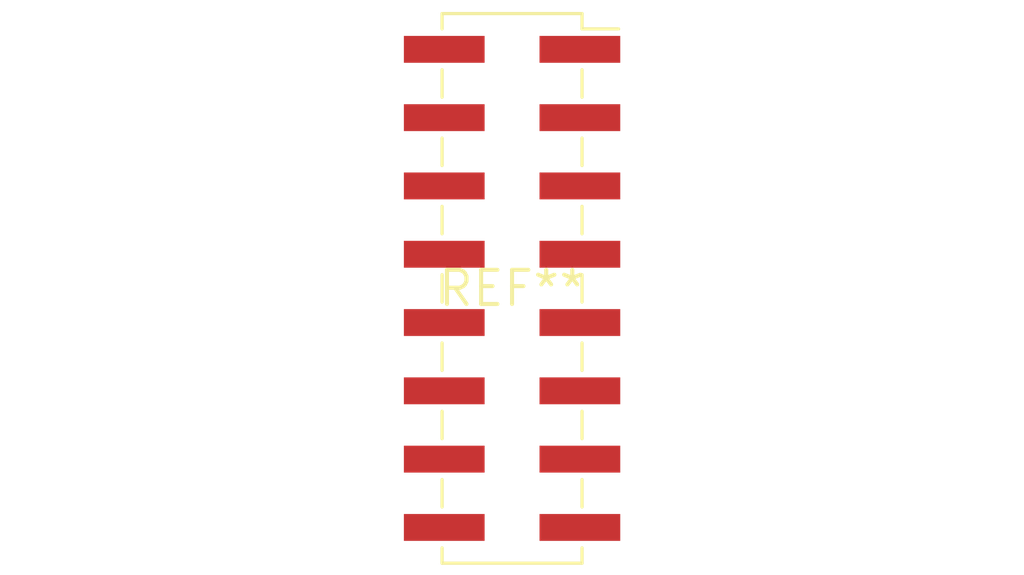
<source format=kicad_pcb>
(kicad_pcb (version 20240108) (generator pcbnew)
  (layers (0 "F.Cu" signal) (31 "B.Cu" signal) (34 "B.Paste" user) (35 "F.Paste" user) (36 "B.SilkS" user "B.Silkscreen") (37 "F.SilkS" user "F.Silkscreen") (38 "B.Mask" user) (39 "F.Mask" user) (44 "Edge.Cuts" user))
  (net 0 "")
  (footprint "PinSocket_2x08_P2.54mm_Vertical_SMD" (layer "F.Cu") (at 0 0)
    (property "Reference" "REF**")
    (property "Value" "PinSocket_2x08_P2.54mm_Vertical_SMD")
    (fp_line (start -2.6 -10.22) (end -2.6 -9.65) (layer "F.SilkS") (stroke (width 0.12)))
    (fp_line (start -2.6 -10.22) (end 2.6 -10.22) (layer "F.SilkS") (stroke (width 0.12)))
    (fp_line (start -2.6 -8.13) (end -2.6 -7.11) (layer "F.SilkS") (stroke (width 0.12)))
    (fp_line (start -2.6 -5.59) (end -2.6 -4.57) (layer "F.SilkS") (stroke (width 0.12)))
    (fp_line (start -2.6 -3.05) (end -2.6 -2.03) (layer "F.SilkS") (stroke (width 0.12)))
    (fp_line (start -2.6 -0.51) (end -2.6 0.51) (layer "F.SilkS") (stroke (width 0.12)))
    (fp_line (start -2.6 2.03) (end -2.6 3.05) (layer "F.SilkS") (stroke (width 0.12)))
    (fp_line (start -2.6 4.57) (end -2.6 5.59) (layer "F.SilkS") (stroke (width 0.12)))
    (fp_line (start -2.6 7.11) (end -2.6 8.13) (layer "F.SilkS") (stroke (width 0.12)))
    (fp_line (start -2.6 9.65) (end -2.6 10.22) (layer "F.SilkS") (stroke (width 0.12)))
    (fp_line (start -2.6 10.22) (end 2.6 10.22) (layer "F.SilkS") (stroke (width 0.12)))
    (fp_line (start 2.6 -10.22) (end 2.6 -9.65) (layer "F.SilkS") (stroke (width 0.12)))
    (fp_line (start 2.6 -9.65) (end 3.96 -9.65) (layer "F.SilkS") (stroke (width 0.12)))
    (fp_line (start 2.6 -8.13) (end 2.6 -7.11) (layer "F.SilkS") (stroke (width 0.12)))
    (fp_line (start 2.6 -5.59) (end 2.6 -4.57) (layer "F.SilkS") (stroke (width 0.12)))
    (fp_line (start 2.6 -3.05) (end 2.6 -2.03) (layer "F.SilkS") (stroke (width 0.12)))
    (fp_line (start 2.6 -0.51) (end 2.6 0.51) (layer "F.SilkS") (stroke (width 0.12)))
    (fp_line (start 2.6 2.03) (end 2.6 3.05) (layer "F.SilkS") (stroke (width 0.12)))
    (fp_line (start 2.6 4.57) (end 2.6 5.59) (layer "F.SilkS") (stroke (width 0.12)))
    (fp_line (start 2.6 7.11) (end 2.6 8.13) (layer "F.SilkS") (stroke (width 0.12)))
    (fp_line (start 2.6 9.65) (end 2.6 10.22) (layer "F.SilkS") (stroke (width 0.12)))
    (pad "1" smd rect (at 2.52 -8.89) (size 3 1) (layers "F.Cu" "F.Paste" "F.Mask"))
    (pad "2" smd rect (at -2.52 -8.89) (size 3 1) (layers "F.Cu" "F.Paste" "F.Mask"))
    (pad "3" smd rect (at 2.52 -6.35) (size 3 1) (layers "F.Cu" "F.Paste" "F.Mask"))
    (pad "4" smd rect (at -2.52 -6.35) (size 3 1) (layers "F.Cu" "F.Paste" "F.Mask"))
    (pad "5" smd rect (at 2.52 -3.81) (size 3 1) (layers "F.Cu" "F.Paste" "F.Mask"))
    (pad "6" smd rect (at -2.52 -3.81) (size 3 1) (layers "F.Cu" "F.Paste" "F.Mask"))
    (pad "7" smd rect (at 2.52 -1.27) (size 3 1) (layers "F.Cu" "F.Paste" "F.Mask"))
    (pad "8" smd rect (at -2.52 -1.27) (size 3 1) (layers "F.Cu" "F.Paste" "F.Mask"))
    (pad "9" smd rect (at 2.52 1.27) (size 3 1) (layers "F.Cu" "F.Paste" "F.Mask"))
    (pad "10" smd rect (at -2.52 1.27) (size 3 1) (layers "F.Cu" "F.Paste" "F.Mask"))
    (pad "11" smd rect (at 2.52 3.81) (size 3 1) (layers "F.Cu" "F.Paste" "F.Mask"))
    (pad "12" smd rect (at -2.52 3.81) (size 3 1) (layers "F.Cu" "F.Paste" "F.Mask"))
    (pad "13" smd rect (at 2.52 6.35) (size 3 1) (layers "F.Cu" "F.Paste" "F.Mask"))
    (pad "14" smd rect (at -2.52 6.35) (size 3 1) (layers "F.Cu" "F.Paste" "F.Mask"))
    (pad "15" smd rect (at 2.52 8.89) (size 3 1) (layers "F.Cu" "F.Paste" "F.Mask"))
    (pad "16" smd rect (at -2.52 8.89) (size 3 1) (layers "F.Cu" "F.Paste" "F.Mask"))
  )
)
</source>
